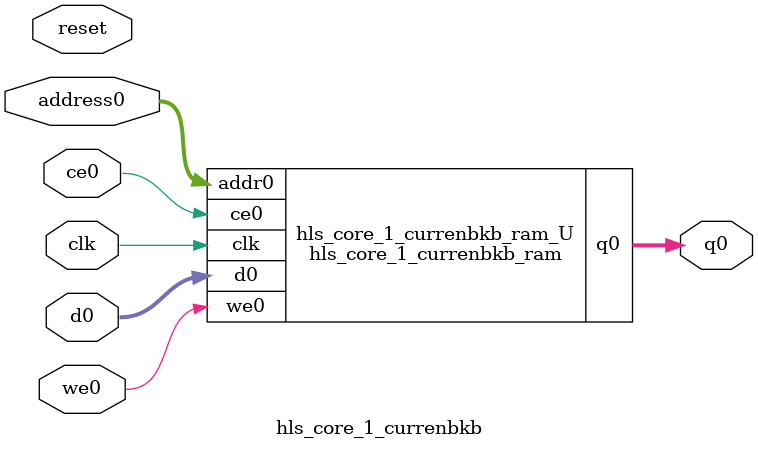
<source format=v>
`timescale 1 ns / 1 ps
module hls_core_1_currenbkb_ram (addr0, ce0, d0, we0, q0,  clk);

parameter DWIDTH = 32;
parameter AWIDTH = 4;
parameter MEM_SIZE = 9;

input[AWIDTH-1:0] addr0;
input ce0;
input[DWIDTH-1:0] d0;
input we0;
output reg[DWIDTH-1:0] q0;
input clk;

(* ram_style = "distributed" *)reg [DWIDTH-1:0] ram[0:MEM_SIZE-1];




always @(posedge clk)  
begin 
    if (ce0) 
    begin
        if (we0) 
        begin 
            ram[addr0] <= d0; 
        end 
        q0 <= ram[addr0];
    end
end


endmodule

`timescale 1 ns / 1 ps
module hls_core_1_currenbkb(
    reset,
    clk,
    address0,
    ce0,
    we0,
    d0,
    q0);

parameter DataWidth = 32'd32;
parameter AddressRange = 32'd9;
parameter AddressWidth = 32'd4;
input reset;
input clk;
input[AddressWidth - 1:0] address0;
input ce0;
input we0;
input[DataWidth - 1:0] d0;
output[DataWidth - 1:0] q0;



hls_core_1_currenbkb_ram hls_core_1_currenbkb_ram_U(
    .clk( clk ),
    .addr0( address0 ),
    .ce0( ce0 ),
    .we0( we0 ),
    .d0( d0 ),
    .q0( q0 ));

endmodule


</source>
